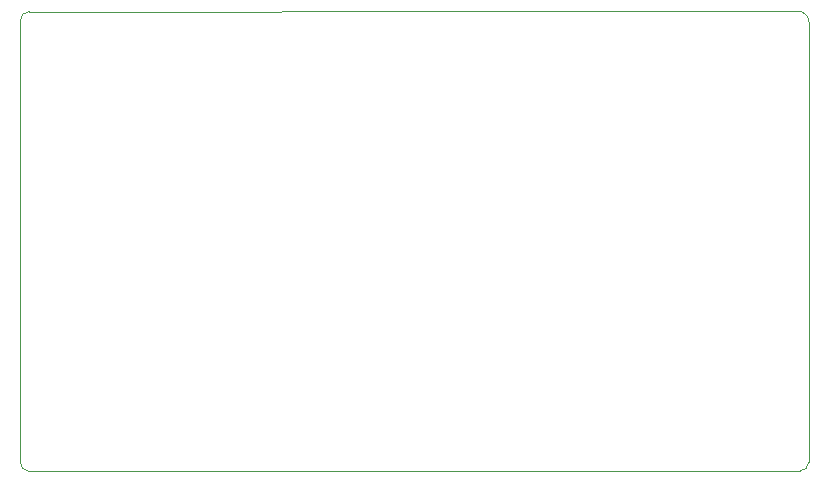
<source format=gm1>
G04 #@! TF.GenerationSoftware,KiCad,Pcbnew,(5.1.4-0-10_14)*
G04 #@! TF.CreationDate,2021-05-07T18:37:14+08:00*
G04 #@! TF.ProjectId,rqm-pcb,72716d2d-7063-4622-9e6b-696361645f70,rev?*
G04 #@! TF.SameCoordinates,Original*
G04 #@! TF.FileFunction,Profile,NP*
%FSLAX46Y46*%
G04 Gerber Fmt 4.6, Leading zero omitted, Abs format (unit mm)*
G04 Created by KiCad (PCBNEW (5.1.4-0-10_14)) date 2021-05-07 18:37:14*
%MOMM*%
%LPD*%
G04 APERTURE LIST*
%ADD10C,0.050000*%
G04 APERTURE END LIST*
D10*
X82980000Y-77260000D02*
X83020000Y-77260000D01*
X149000000Y-115380000D02*
X149000000Y-115390000D01*
X148050000Y-77220000D02*
X148040000Y-77220000D01*
X125350000Y-77240000D02*
X125360000Y-77240000D01*
X82230000Y-78010000D02*
X82230089Y-78021537D01*
X82230089Y-78021537D02*
G75*
G02X82980000Y-77260000I749911J11537D01*
G01*
X148020000Y-116150000D02*
X148230000Y-116150000D01*
X149020000Y-78190000D02*
X149000000Y-115390000D01*
X149000000Y-115380000D02*
G75*
G02X148230000Y-116150000I-770000J0D01*
G01*
X148050000Y-77220000D02*
G75*
G02X149020000Y-78190000I0J-970000D01*
G01*
X143050000Y-77220000D02*
X148040000Y-77220000D01*
X82960000Y-116170000D02*
X148020000Y-116150000D01*
X82210000Y-115010000D02*
X82220000Y-115430000D01*
X82960000Y-116170000D02*
G75*
G02X82220000Y-115430000I0J740000D01*
G01*
X82230000Y-78010000D02*
X82210000Y-115010000D01*
X125360000Y-77240000D02*
X143050000Y-77220000D01*
X83020000Y-77260000D02*
X125350000Y-77240000D01*
M02*

</source>
